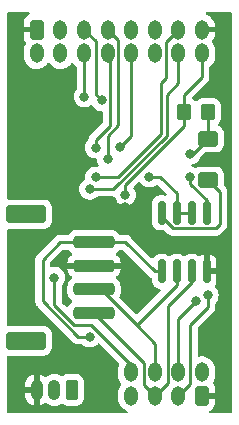
<source format=gbr>
%TF.GenerationSoftware,KiCad,Pcbnew,7.0.6*%
%TF.CreationDate,2023-08-01T20:56:41-04:00*%
%TF.ProjectId,mcumod-am8,6d63756d-6f64-42d6-916d-382e6b696361,rev?*%
%TF.SameCoordinates,Original*%
%TF.FileFunction,Copper,L2,Bot*%
%TF.FilePolarity,Positive*%
%FSLAX46Y46*%
G04 Gerber Fmt 4.6, Leading zero omitted, Abs format (unit mm)*
G04 Created by KiCad (PCBNEW 7.0.6) date 2023-08-01 20:56:41*
%MOMM*%
%LPD*%
G01*
G04 APERTURE LIST*
G04 Aperture macros list*
%AMRoundRect*
0 Rectangle with rounded corners*
0 $1 Rounding radius*
0 $2 $3 $4 $5 $6 $7 $8 $9 X,Y pos of 4 corners*
0 Add a 4 corners polygon primitive as box body*
4,1,4,$2,$3,$4,$5,$6,$7,$8,$9,$2,$3,0*
0 Add four circle primitives for the rounded corners*
1,1,$1+$1,$2,$3*
1,1,$1+$1,$4,$5*
1,1,$1+$1,$6,$7*
1,1,$1+$1,$8,$9*
0 Add four rect primitives between the rounded corners*
20,1,$1+$1,$2,$3,$4,$5,0*
20,1,$1+$1,$4,$5,$6,$7,0*
20,1,$1+$1,$6,$7,$8,$9,0*
20,1,$1+$1,$8,$9,$2,$3,0*%
G04 Aperture macros list end*
%TA.AperFunction,SMDPad,CuDef*%
%ADD10RoundRect,0.150000X-0.150000X0.825000X-0.150000X-0.825000X0.150000X-0.825000X0.150000X0.825000X0*%
%TD*%
%TA.AperFunction,SMDPad,CuDef*%
%ADD11RoundRect,0.250000X0.350000X0.450000X-0.350000X0.450000X-0.350000X-0.450000X0.350000X-0.450000X0*%
%TD*%
%TA.AperFunction,SMDPad,CuDef*%
%ADD12RoundRect,0.250000X1.500000X-0.250000X1.500000X0.250000X-1.500000X0.250000X-1.500000X-0.250000X0*%
%TD*%
%TA.AperFunction,SMDPad,CuDef*%
%ADD13RoundRect,0.250001X1.449999X-0.499999X1.449999X0.499999X-1.449999X0.499999X-1.449999X-0.499999X0*%
%TD*%
%TA.AperFunction,ComponentPad*%
%ADD14RoundRect,0.250000X0.265000X0.615000X-0.265000X0.615000X-0.265000X-0.615000X0.265000X-0.615000X0*%
%TD*%
%TA.AperFunction,ComponentPad*%
%ADD15O,1.030000X1.730000*%
%TD*%
%TA.AperFunction,ComponentPad*%
%ADD16RoundRect,0.250000X-0.350000X-0.575000X0.350000X-0.575000X0.350000X0.575000X-0.350000X0.575000X0*%
%TD*%
%TA.AperFunction,ComponentPad*%
%ADD17O,1.200000X1.650000*%
%TD*%
%TA.AperFunction,ComponentPad*%
%ADD18RoundRect,0.250000X0.350000X0.575000X-0.350000X0.575000X-0.350000X-0.575000X0.350000X-0.575000X0*%
%TD*%
%TA.AperFunction,SMDPad,CuDef*%
%ADD19RoundRect,0.250000X0.600000X-0.400000X0.600000X0.400000X-0.600000X0.400000X-0.600000X-0.400000X0*%
%TD*%
%TA.AperFunction,ViaPad*%
%ADD20C,0.800000*%
%TD*%
%TA.AperFunction,Conductor*%
%ADD21C,0.250000*%
%TD*%
G04 APERTURE END LIST*
D10*
%TO.P,U3,1,RO*%
%TO.N,Net-(D1-K)*%
X113595000Y-117525000D03*
%TO.P,U3,2,~{RE}*%
%TO.N,Net-(U1-PC3)*%
X114865000Y-117525000D03*
%TO.P,U3,3,DE*%
X116135000Y-117525000D03*
%TO.P,U3,4,DI*%
%TO.N,Net-(U1-PC0)*%
X117405000Y-117525000D03*
%TO.P,U3,5,GND*%
%TO.N,GND*%
X117405000Y-122475000D03*
%TO.P,U3,6,A*%
%TO.N,RS485A*%
X116135000Y-122475000D03*
%TO.P,U3,7,B*%
%TO.N,RS485B*%
X114865000Y-122475000D03*
%TO.P,U3,8,VCC*%
%TO.N,+5V*%
X113595000Y-122475000D03*
%TD*%
D11*
%TO.P,R1,1*%
%TO.N,Net-(D1-A)*%
X117500000Y-109000000D03*
%TO.P,R1,2*%
%TO.N,+3.3V*%
X115500000Y-109000000D03*
%TD*%
D12*
%TO.P,J3,1,Pin_1*%
%TO.N,RS485A*%
X107850000Y-126000000D03*
%TO.P,J3,2,Pin_2*%
%TO.N,RS485B*%
X107850000Y-124000000D03*
%TO.P,J3,3,Pin_3*%
%TO.N,GND*%
X107850000Y-122000000D03*
%TO.P,J3,4,Pin_4*%
%TO.N,+5V*%
X107850000Y-120000000D03*
D13*
%TO.P,J3,MP*%
%TO.N,N/C*%
X102100000Y-117650000D03*
X102100000Y-128350000D03*
%TD*%
D14*
%TO.P,J2,1,Pin_1*%
%TO.N,+3.3V*%
X106000000Y-132500000D03*
D15*
%TO.P,J2,2,Pin_2*%
%TO.N,UPDI*%
X104500000Y-132500000D03*
%TO.P,J2,3,Pin_3*%
%TO.N,GND*%
X103000000Y-132500000D03*
%TD*%
D16*
%TO.P,J1,1,Pin_1*%
%TO.N,GND*%
X103000000Y-102000000D03*
D17*
%TO.P,J1,2,Pin_2*%
%TO.N,+3.3V*%
X103000000Y-104000000D03*
%TO.P,J1,3,Pin_3*%
%TO.N,IO0*%
X105000000Y-102000000D03*
%TO.P,J1,4,Pin_4*%
%TO.N,IO1*%
X105000000Y-104000000D03*
%TO.P,J1,5,Pin_5*%
%TO.N,IO2*%
X107000000Y-102000000D03*
%TO.P,J1,6,Pin_6*%
%TO.N,IO3*%
X107000000Y-104000000D03*
%TO.P,J1,7,Pin_7*%
%TO.N,IO6*%
X109000000Y-102000000D03*
%TO.P,J1,8,Pin_8*%
%TO.N,IO7*%
X109000000Y-104000000D03*
%TO.P,J1,9,Pin_9*%
%TO.N,IO8*%
X111000000Y-102000000D03*
%TO.P,J1,10,Pin_10*%
%TO.N,IO9*%
X111000000Y-104000000D03*
%TO.P,J1,11,Pin_11*%
%TO.N,IO10*%
X113000000Y-102000000D03*
%TO.P,J1,12,Pin_12*%
%TO.N,IO11*%
X113000000Y-104000000D03*
%TO.P,J1,13,Pin_13*%
%TO.N,IO12*%
X115000000Y-102000000D03*
%TO.P,J1,14,Pin_14*%
%TO.N,IO13*%
X115000000Y-104000000D03*
%TO.P,J1,15,Pin_15*%
%TO.N,GND*%
X117000000Y-102000000D03*
%TO.P,J1,16,Pin_16*%
%TO.N,+3.3V*%
X117000000Y-104000000D03*
D18*
%TO.P,J1,17,Pin_17*%
%TO.N,GND*%
X117000000Y-133000000D03*
D17*
%TO.P,J1,18,Pin_18*%
%TO.N,+5V*%
X117000000Y-131000000D03*
%TO.P,J1,19,Pin_19*%
%TO.N,IO4*%
X115000000Y-133000000D03*
%TO.P,J1,20,Pin_20*%
%TO.N,IO5*%
X115000000Y-131000000D03*
%TO.P,J1,21,Pin_21*%
%TO.N,RS485A*%
X113000000Y-133000000D03*
%TO.P,J1,22,Pin_22*%
%TO.N,RS485B*%
X113000000Y-131000000D03*
%TO.P,J1,23,Pin_23*%
%TO.N,UPDI*%
X111000000Y-133000000D03*
%TO.P,J1,24,Pin_24*%
%TO.N,RST*%
X111000000Y-131000000D03*
%TD*%
D19*
%TO.P,D1,1,K*%
%TO.N,Net-(D1-K)*%
X117500000Y-114750000D03*
%TO.P,D1,2,A*%
%TO.N,Net-(D1-A)*%
X117500000Y-111250000D03*
%TD*%
D20*
%TO.N,Net-(U1-PC3)*%
X112538465Y-114465374D03*
%TO.N,+3.3V*%
X110500000Y-116000000D03*
%TO.N,IO13*%
X107500000Y-115500000D03*
%TO.N,IO12*%
X108000000Y-114500000D03*
%TO.N,IO9*%
X110037251Y-111962749D03*
%TO.N,IO7*%
X108000000Y-112000000D03*
%TO.N,IO6*%
X109012299Y-112987701D03*
%TO.N,IO3*%
X107046147Y-107674500D03*
%TO.N,IO2*%
X108500000Y-108000000D03*
%TO.N,Net-(D1-A)*%
X116000000Y-112500000D03*
%TO.N,Net-(U1-PC0)*%
X116000000Y-114500000D03*
%TO.N,GND*%
X110500000Y-117000000D03*
X103500000Y-113500000D03*
X111500000Y-125500000D03*
%TO.N,+5V*%
X107500000Y-128000000D03*
%TO.N,GND*%
X119000000Y-126500000D03*
%TO.N,IO4*%
X117500000Y-124500000D03*
%TO.N,IO5*%
X116500000Y-125000000D03*
%TO.N,RST*%
X104500000Y-123000000D03*
%TD*%
D21*
%TO.N,Net-(U1-PC3)*%
X112538465Y-114465374D02*
X113465374Y-114465374D01*
X113465374Y-114465374D02*
X114865000Y-115865000D01*
X114865000Y-115865000D02*
X114865000Y-117525000D01*
%TO.N,+3.3V*%
X110500000Y-115136396D02*
X110500000Y-116000000D01*
X115500000Y-110136396D02*
X110500000Y-115136396D01*
X115500000Y-109000000D02*
X115500000Y-110136396D01*
%TO.N,IO13*%
X108500000Y-115500000D02*
X107500000Y-115500000D01*
%TO.N,IO12*%
X113500000Y-110863604D02*
X109931802Y-114431802D01*
X108000000Y-114500000D02*
X109863604Y-114500000D01*
X109863604Y-114500000D02*
X109931802Y-114431802D01*
X113500000Y-106500000D02*
X113500000Y-110863604D01*
%TO.N,IO13*%
X115000000Y-104000000D02*
X115000000Y-106500000D01*
X115000000Y-106500000D02*
X114000000Y-107500000D01*
X114000000Y-107500000D02*
X114000000Y-111000000D01*
X109500000Y-115500000D02*
X108500000Y-115500000D01*
X114000000Y-111000000D02*
X109500000Y-115500000D01*
%TO.N,IO12*%
X113925000Y-103075000D02*
X113925000Y-106075000D01*
X115000000Y-102000000D02*
X113925000Y-103075000D01*
X113925000Y-106075000D02*
X113500000Y-106500000D01*
%TO.N,IO9*%
X111000000Y-111000000D02*
X111000000Y-104000000D01*
X110037251Y-111962749D02*
X111000000Y-111000000D01*
%TO.N,IO7*%
X109225000Y-110138604D02*
X108000000Y-111363604D01*
X109225000Y-104225000D02*
X109225000Y-110138604D01*
X109000000Y-104000000D02*
X109225000Y-104225000D01*
X108000000Y-111363604D02*
X108000000Y-112000000D01*
%TO.N,IO6*%
X109000000Y-102000000D02*
X109925000Y-102925000D01*
X109925000Y-102925000D02*
X109925000Y-110075000D01*
X109925000Y-110075000D02*
X109000000Y-111000000D01*
X109000000Y-111000000D02*
X109000000Y-112975402D01*
X109000000Y-112975402D02*
X109012299Y-112987701D01*
%TO.N,IO3*%
X107046147Y-107674500D02*
X107000000Y-107628353D01*
X107000000Y-107628353D02*
X107000000Y-104000000D01*
%TO.N,IO2*%
X108500000Y-108000000D02*
X108000000Y-107500000D01*
X108000000Y-107500000D02*
X108000000Y-103000000D01*
X108000000Y-103000000D02*
X107000000Y-102000000D01*
%TO.N,Net-(D1-A)*%
X116250000Y-112500000D02*
X117500000Y-111250000D01*
X116000000Y-112500000D02*
X116250000Y-112500000D01*
%TO.N,Net-(U1-PC0)*%
X116000000Y-115063173D02*
X116000000Y-114500000D01*
X117405000Y-116468173D02*
X116000000Y-115063173D01*
X117405000Y-117525000D02*
X117405000Y-116468173D01*
%TO.N,+3.3V*%
X115500000Y-109000000D02*
X115500000Y-107500000D01*
X115500000Y-107500000D02*
X117000000Y-106000000D01*
X117000000Y-106000000D02*
X117000000Y-104000000D01*
%TO.N,Net-(D1-A)*%
X117500000Y-111250000D02*
X117500000Y-109000000D01*
%TO.N,Net-(D1-K)*%
X118175000Y-118825000D02*
X118500000Y-118500000D01*
X113595000Y-117525000D02*
X113595000Y-117901751D01*
X113595000Y-117901751D02*
X114518249Y-118825000D01*
X114518249Y-118825000D02*
X118175000Y-118825000D01*
X118500000Y-118500000D02*
X118500000Y-115750000D01*
X118500000Y-115750000D02*
X117500000Y-114750000D01*
%TO.N,Net-(U1-PC3)*%
X114865000Y-117525000D02*
X116135000Y-117525000D01*
%TO.N,+5V*%
X113595000Y-122475000D02*
X112975000Y-122475000D01*
X112975000Y-122475000D02*
X110500000Y-120000000D01*
X110500000Y-120000000D02*
X107850000Y-120000000D01*
X107500000Y-128000000D02*
X106513604Y-128000000D01*
X103500000Y-124986396D02*
X103500000Y-121500000D01*
X106513604Y-128000000D02*
X103500000Y-124986396D01*
X103500000Y-121500000D02*
X105000000Y-120000000D01*
X105000000Y-120000000D02*
X107850000Y-120000000D01*
%TO.N,RST*%
X111000000Y-131000000D02*
X111000000Y-130375000D01*
X111000000Y-130375000D02*
X107625000Y-127000000D01*
X107625000Y-127000000D02*
X106150000Y-127000000D01*
X106150000Y-127000000D02*
X104500000Y-125350000D01*
%TO.N,IO4*%
X116000000Y-129136396D02*
X116000000Y-127000000D01*
X116000000Y-127000000D02*
X117500000Y-125500000D01*
X117500000Y-125500000D02*
X117500000Y-124500000D01*
%TO.N,IO5*%
X115000000Y-129500000D02*
X115000000Y-126500000D01*
X115000000Y-126500000D02*
X116500000Y-125000000D01*
%TO.N,IO4*%
X115000000Y-133000000D02*
X116000000Y-132000000D01*
X116000000Y-132000000D02*
X116000000Y-129136396D01*
%TO.N,IO5*%
X115000000Y-131000000D02*
X115000000Y-129500000D01*
%TO.N,RST*%
X104500000Y-125350000D02*
X104500000Y-123000000D01*
%TO.N,RS485B*%
X108413173Y-124000000D02*
X111456586Y-127043414D01*
X111456586Y-127043414D02*
X113000000Y-128586827D01*
X114865000Y-122475000D02*
X114865000Y-123635000D01*
X114865000Y-123635000D02*
X111456586Y-127043414D01*
%TO.N,RS485A*%
X113000000Y-133000000D02*
X114075000Y-131925000D01*
X114075000Y-131925000D02*
X114075000Y-125425000D01*
X114075000Y-125425000D02*
X116135000Y-123365000D01*
X116135000Y-123365000D02*
X116135000Y-122475000D01*
%TO.N,RS485B*%
X107850000Y-124000000D02*
X108413173Y-124000000D01*
X113000000Y-128586827D02*
X113000000Y-131000000D01*
%TO.N,RS485A*%
X107850000Y-126000000D02*
X112075000Y-130225000D01*
X112075000Y-130225000D02*
X112075000Y-132075000D01*
X112075000Y-132075000D02*
X113000000Y-133000000D01*
%TD*%
%TA.AperFunction,Conductor*%
%TO.N,GND*%
G36*
X102355703Y-100519685D02*
G01*
X102401458Y-100572489D01*
X102411402Y-100641647D01*
X102382377Y-100705203D01*
X102336570Y-100735767D01*
X102337421Y-100737592D01*
X102330875Y-100740643D01*
X102181654Y-100832684D01*
X102057684Y-100956654D01*
X101965643Y-101105875D01*
X101965641Y-101105880D01*
X101910494Y-101272302D01*
X101910493Y-101272309D01*
X101900000Y-101375013D01*
X101900000Y-101750000D01*
X102650393Y-101750000D01*
X102590762Y-101867031D01*
X102569702Y-102000000D01*
X102590762Y-102132969D01*
X102650393Y-102250000D01*
X101900001Y-102250000D01*
X101900001Y-102624986D01*
X101910494Y-102727697D01*
X101965641Y-102894119D01*
X101965643Y-102894124D01*
X102057686Y-103043349D01*
X102060332Y-103046695D01*
X102061431Y-103049419D01*
X102061475Y-103049491D01*
X102061462Y-103049498D01*
X102086469Y-103111492D01*
X102073425Y-103180134D01*
X102067378Y-103190640D01*
X102017387Y-103268427D01*
X101939274Y-103463544D01*
X101919570Y-103565782D01*
X101899500Y-103669915D01*
X101899500Y-104277425D01*
X101914472Y-104434218D01*
X101973684Y-104635875D01*
X102000275Y-104687454D01*
X102069991Y-104822686D01*
X102199905Y-104987883D01*
X102199909Y-104987887D01*
X102358746Y-105125521D01*
X102540750Y-105230601D01*
X102540752Y-105230601D01*
X102540756Y-105230604D01*
X102739367Y-105299344D01*
X102947398Y-105329254D01*
X103157330Y-105319254D01*
X103361576Y-105269704D01*
X103447199Y-105230601D01*
X103552743Y-105182401D01*
X103552746Y-105182399D01*
X103552753Y-105182396D01*
X103723952Y-105060486D01*
X103793179Y-104987883D01*
X103868986Y-104908378D01*
X103895540Y-104867059D01*
X103948343Y-104821303D01*
X104017502Y-104811359D01*
X104081058Y-104840383D01*
X104097326Y-104857444D01*
X104199909Y-104987887D01*
X104358746Y-105125521D01*
X104540750Y-105230601D01*
X104540752Y-105230601D01*
X104540756Y-105230604D01*
X104739367Y-105299344D01*
X104947398Y-105329254D01*
X105157330Y-105319254D01*
X105361576Y-105269704D01*
X105447199Y-105230601D01*
X105552743Y-105182401D01*
X105552746Y-105182399D01*
X105552753Y-105182396D01*
X105723952Y-105060486D01*
X105793179Y-104987883D01*
X105868986Y-104908378D01*
X105895540Y-104867059D01*
X105948343Y-104821303D01*
X106017502Y-104811359D01*
X106081058Y-104840383D01*
X106097326Y-104857444D01*
X106137382Y-104908378D01*
X106199908Y-104987886D01*
X106331704Y-105102088D01*
X106369477Y-105160865D01*
X106374500Y-105195800D01*
X106374500Y-107027064D01*
X106354815Y-107094103D01*
X106342650Y-107110036D01*
X106313613Y-107142284D01*
X106218968Y-107306215D01*
X106218965Y-107306222D01*
X106160474Y-107486240D01*
X106160473Y-107486244D01*
X106140687Y-107674500D01*
X106160473Y-107862756D01*
X106160474Y-107862759D01*
X106218965Y-108042777D01*
X106218968Y-108042784D01*
X106313614Y-108206716D01*
X106335179Y-108230666D01*
X106440276Y-108347388D01*
X106593412Y-108458648D01*
X106593417Y-108458651D01*
X106766339Y-108535642D01*
X106766344Y-108535644D01*
X106951501Y-108575000D01*
X106951502Y-108575000D01*
X107140791Y-108575000D01*
X107140793Y-108575000D01*
X107325950Y-108535644D01*
X107498877Y-108458651D01*
X107546761Y-108423861D01*
X107612565Y-108400382D01*
X107680619Y-108416207D01*
X107727031Y-108462179D01*
X107748856Y-108499980D01*
X107767467Y-108532216D01*
X107894129Y-108672888D01*
X108047265Y-108784148D01*
X108047270Y-108784151D01*
X108220192Y-108861142D01*
X108220197Y-108861144D01*
X108405354Y-108900500D01*
X108405355Y-108900500D01*
X108475500Y-108900500D01*
X108542539Y-108920185D01*
X108588294Y-108972989D01*
X108599500Y-109024500D01*
X108599500Y-109828150D01*
X108579815Y-109895189D01*
X108563181Y-109915831D01*
X107616208Y-110862803D01*
X107603951Y-110872624D01*
X107604134Y-110872845D01*
X107598123Y-110877817D01*
X107550772Y-110928240D01*
X107529889Y-110949123D01*
X107529877Y-110949136D01*
X107525621Y-110954621D01*
X107521837Y-110959051D01*
X107489937Y-110993022D01*
X107489936Y-110993024D01*
X107480284Y-111010580D01*
X107469610Y-111026830D01*
X107457329Y-111042665D01*
X107457324Y-111042672D01*
X107438815Y-111085442D01*
X107436245Y-111090688D01*
X107413803Y-111131510D01*
X107408822Y-111150911D01*
X107402521Y-111169314D01*
X107394562Y-111187706D01*
X107394561Y-111187709D01*
X107387271Y-111233731D01*
X107386087Y-111239450D01*
X107374501Y-111284576D01*
X107374500Y-111284586D01*
X107374500Y-111301312D01*
X107354815Y-111368351D01*
X107342650Y-111384284D01*
X107267466Y-111467784D01*
X107172821Y-111631715D01*
X107172818Y-111631722D01*
X107117233Y-111802797D01*
X107114326Y-111811744D01*
X107094540Y-112000000D01*
X107114326Y-112188256D01*
X107114327Y-112188259D01*
X107172818Y-112368277D01*
X107172821Y-112368284D01*
X107267467Y-112532216D01*
X107360588Y-112635637D01*
X107394129Y-112672888D01*
X107547265Y-112784148D01*
X107547270Y-112784151D01*
X107720192Y-112861142D01*
X107720197Y-112861144D01*
X107905354Y-112900500D01*
X107905355Y-112900500D01*
X107986024Y-112900500D01*
X108053063Y-112920185D01*
X108098818Y-112972989D01*
X108109344Y-113011535D01*
X108126625Y-113175957D01*
X108126626Y-113175960D01*
X108185117Y-113355978D01*
X108185122Y-113355990D01*
X108218959Y-113414597D01*
X108235432Y-113482497D01*
X108212579Y-113548524D01*
X108157658Y-113591714D01*
X108098610Y-113599917D01*
X108094648Y-113599500D01*
X108094646Y-113599500D01*
X107905354Y-113599500D01*
X107872897Y-113606398D01*
X107720197Y-113638855D01*
X107720192Y-113638857D01*
X107547270Y-113715848D01*
X107547265Y-113715851D01*
X107394129Y-113827111D01*
X107267466Y-113967785D01*
X107172821Y-114131715D01*
X107172818Y-114131722D01*
X107114327Y-114311740D01*
X107114326Y-114311744D01*
X107094540Y-114499999D01*
X107094540Y-114500000D01*
X107104806Y-114597686D01*
X107092236Y-114666416D01*
X107051231Y-114710246D01*
X107052527Y-114712029D01*
X106894129Y-114827111D01*
X106767466Y-114967785D01*
X106672821Y-115131715D01*
X106672818Y-115131722D01*
X106621322Y-115290212D01*
X106614326Y-115311744D01*
X106594540Y-115500000D01*
X106614326Y-115688256D01*
X106614327Y-115688259D01*
X106672818Y-115868277D01*
X106672821Y-115868284D01*
X106767467Y-116032216D01*
X106867418Y-116143222D01*
X106894129Y-116172888D01*
X107047265Y-116284148D01*
X107047270Y-116284151D01*
X107220192Y-116361142D01*
X107220197Y-116361144D01*
X107405354Y-116400500D01*
X107405355Y-116400500D01*
X107594644Y-116400500D01*
X107594646Y-116400500D01*
X107779803Y-116361144D01*
X107952730Y-116284151D01*
X108105871Y-116172888D01*
X108108788Y-116169647D01*
X108111600Y-116166526D01*
X108171087Y-116129879D01*
X108203748Y-116125500D01*
X108420981Y-116125500D01*
X109417257Y-116125500D01*
X109432877Y-116127224D01*
X109432904Y-116126939D01*
X109440661Y-116127671D01*
X109440667Y-116127673D01*
X109500029Y-116125807D01*
X109567653Y-116143376D01*
X109615044Y-116194716D01*
X109621855Y-116211428D01*
X109672818Y-116368277D01*
X109672821Y-116368284D01*
X109767467Y-116532216D01*
X109826183Y-116597426D01*
X109894129Y-116672888D01*
X110047265Y-116784148D01*
X110047270Y-116784151D01*
X110220192Y-116861142D01*
X110220197Y-116861144D01*
X110405354Y-116900500D01*
X110405355Y-116900500D01*
X110594644Y-116900500D01*
X110594646Y-116900500D01*
X110779803Y-116861144D01*
X110952730Y-116784151D01*
X111105871Y-116672888D01*
X111232533Y-116532216D01*
X111327179Y-116368284D01*
X111385674Y-116188256D01*
X111405460Y-116000000D01*
X111385674Y-115811744D01*
X111327179Y-115631716D01*
X111232533Y-115467784D01*
X111226302Y-115460864D01*
X111196073Y-115397874D01*
X111204698Y-115328539D01*
X111230769Y-115290215D01*
X111588249Y-114932735D01*
X111649570Y-114899252D01*
X111719262Y-114904236D01*
X111775195Y-114946108D01*
X111783314Y-114958417D01*
X111805928Y-114997585D01*
X111805930Y-114997588D01*
X111932594Y-115138262D01*
X112085730Y-115249522D01*
X112085735Y-115249525D01*
X112258657Y-115326516D01*
X112258662Y-115326518D01*
X112443819Y-115365874D01*
X112443820Y-115365874D01*
X112633109Y-115365874D01*
X112633111Y-115365874D01*
X112818268Y-115326518D01*
X112991195Y-115249525D01*
X113121984Y-115154500D01*
X113187789Y-115131022D01*
X113255843Y-115146847D01*
X113282549Y-115167139D01*
X113958286Y-115842877D01*
X113991771Y-115904200D01*
X113986787Y-115973892D01*
X113944915Y-116029825D01*
X113879451Y-116054242D01*
X113853890Y-116052844D01*
X113853886Y-116052899D01*
X113851603Y-116052719D01*
X113848323Y-116052540D01*
X113847565Y-116052401D01*
X113810696Y-116049500D01*
X113810694Y-116049500D01*
X113379306Y-116049500D01*
X113379304Y-116049500D01*
X113342432Y-116052401D01*
X113342426Y-116052402D01*
X113184606Y-116098254D01*
X113184603Y-116098255D01*
X113043137Y-116181917D01*
X113043129Y-116181923D01*
X112926923Y-116298129D01*
X112926917Y-116298137D01*
X112843255Y-116439603D01*
X112843254Y-116439606D01*
X112797402Y-116597426D01*
X112797401Y-116597432D01*
X112794500Y-116634304D01*
X112794500Y-118415696D01*
X112797401Y-118452567D01*
X112797402Y-118452573D01*
X112843254Y-118610393D01*
X112843255Y-118610396D01*
X112926917Y-118751862D01*
X112926923Y-118751870D01*
X113043129Y-118868076D01*
X113043133Y-118868079D01*
X113043135Y-118868081D01*
X113184602Y-118951744D01*
X113204280Y-118957461D01*
X113342426Y-118997597D01*
X113342429Y-118997597D01*
X113342431Y-118997598D01*
X113354722Y-118998565D01*
X113379304Y-119000500D01*
X113379306Y-119000500D01*
X113757796Y-119000500D01*
X113824835Y-119020185D01*
X113845477Y-119036819D01*
X114017446Y-119208788D01*
X114027271Y-119221051D01*
X114027492Y-119220869D01*
X114032463Y-119226878D01*
X114053293Y-119246438D01*
X114082884Y-119274226D01*
X114103778Y-119295120D01*
X114109260Y-119299373D01*
X114113692Y-119303157D01*
X114147667Y-119335062D01*
X114165225Y-119344714D01*
X114181484Y-119355395D01*
X114197313Y-119367673D01*
X114240087Y-119386182D01*
X114245305Y-119388738D01*
X114286157Y-119411197D01*
X114305565Y-119416180D01*
X114323966Y-119422480D01*
X114342353Y-119430437D01*
X114379043Y-119436248D01*
X114388368Y-119437725D01*
X114394088Y-119438909D01*
X114439230Y-119450500D01*
X114459265Y-119450500D01*
X114478663Y-119452026D01*
X114498443Y-119455159D01*
X114498444Y-119455160D01*
X114498444Y-119455159D01*
X114498445Y-119455160D01*
X114544832Y-119450775D01*
X114550671Y-119450500D01*
X118092257Y-119450500D01*
X118107877Y-119452224D01*
X118107904Y-119451939D01*
X118115660Y-119452671D01*
X118115667Y-119452673D01*
X118184814Y-119450500D01*
X118214350Y-119450500D01*
X118221228Y-119449630D01*
X118227041Y-119449172D01*
X118273627Y-119447709D01*
X118292869Y-119442117D01*
X118311912Y-119438174D01*
X118331792Y-119435664D01*
X118375122Y-119418507D01*
X118380646Y-119416617D01*
X118390335Y-119413802D01*
X118425390Y-119403618D01*
X118442629Y-119393422D01*
X118460103Y-119384862D01*
X118478727Y-119377488D01*
X118478727Y-119377487D01*
X118478732Y-119377486D01*
X118516449Y-119350082D01*
X118521305Y-119346892D01*
X118561420Y-119323170D01*
X118575586Y-119309003D01*
X118590381Y-119296368D01*
X118606584Y-119284596D01*
X118606583Y-119284596D01*
X118606587Y-119284594D01*
X118636299Y-119248676D01*
X118640211Y-119244378D01*
X118883785Y-119000803D01*
X118896046Y-118990983D01*
X118895862Y-118990761D01*
X118901870Y-118985790D01*
X118901877Y-118985786D01*
X118949227Y-118935363D01*
X118970120Y-118914471D01*
X118974379Y-118908978D01*
X118978152Y-118904561D01*
X119010062Y-118870582D01*
X119019713Y-118853024D01*
X119030396Y-118836761D01*
X119042673Y-118820936D01*
X119061185Y-118778153D01*
X119063738Y-118772941D01*
X119086197Y-118732092D01*
X119091180Y-118712680D01*
X119097481Y-118694280D01*
X119105437Y-118675896D01*
X119112729Y-118629852D01*
X119113906Y-118624171D01*
X119125500Y-118579019D01*
X119125500Y-118558983D01*
X119127027Y-118539583D01*
X119130160Y-118519804D01*
X119125773Y-118473406D01*
X119125499Y-118467585D01*
X119125499Y-118200002D01*
X119125499Y-115832732D01*
X119127225Y-115817122D01*
X119126939Y-115817095D01*
X119127673Y-115809333D01*
X119125500Y-115740172D01*
X119125500Y-115710656D01*
X119125500Y-115710650D01*
X119124631Y-115703779D01*
X119124173Y-115697952D01*
X119124045Y-115693880D01*
X119122710Y-115651373D01*
X119117119Y-115632130D01*
X119113173Y-115613078D01*
X119110664Y-115593208D01*
X119093504Y-115549867D01*
X119091624Y-115544379D01*
X119078618Y-115499610D01*
X119068422Y-115482370D01*
X119059861Y-115464894D01*
X119052487Y-115446270D01*
X119052486Y-115446268D01*
X119025079Y-115408545D01*
X119021888Y-115403686D01*
X119020800Y-115401847D01*
X119003989Y-115373419D01*
X118998172Y-115363583D01*
X118998165Y-115363574D01*
X118984006Y-115349415D01*
X118971368Y-115334619D01*
X118959593Y-115318411D01*
X118938881Y-115301278D01*
X118923683Y-115288705D01*
X118919371Y-115284781D01*
X118886818Y-115252227D01*
X118853333Y-115190904D01*
X118850499Y-115164554D01*
X118850499Y-114299992D01*
X118839999Y-114197203D01*
X118784814Y-114030666D01*
X118692712Y-113881344D01*
X118568656Y-113757288D01*
X118419334Y-113665186D01*
X118252797Y-113610001D01*
X118252795Y-113610000D01*
X118150010Y-113599500D01*
X116849998Y-113599500D01*
X116849981Y-113599501D01*
X116747203Y-113610000D01*
X116747200Y-113610001D01*
X116580666Y-113665186D01*
X116580663Y-113665187D01*
X116535048Y-113693322D01*
X116467655Y-113711761D01*
X116419518Y-113701061D01*
X116279807Y-113638857D01*
X116279800Y-113638855D01*
X116197161Y-113621290D01*
X116135679Y-113588098D01*
X116101902Y-113526935D01*
X116106554Y-113457221D01*
X116148158Y-113401088D01*
X116197161Y-113378710D01*
X116203201Y-113377426D01*
X116279803Y-113361144D01*
X116452730Y-113284151D01*
X116605871Y-113172888D01*
X116732533Y-113032216D01*
X116808579Y-112900500D01*
X116827177Y-112868288D01*
X116827177Y-112868286D01*
X116827179Y-112868284D01*
X116847279Y-112806421D01*
X116877525Y-112757063D01*
X117197771Y-112436818D01*
X117259094Y-112403333D01*
X117285452Y-112400499D01*
X118150002Y-112400499D01*
X118150008Y-112400499D01*
X118252797Y-112389999D01*
X118419334Y-112334814D01*
X118568656Y-112242712D01*
X118692712Y-112118656D01*
X118784814Y-111969334D01*
X118839999Y-111802797D01*
X118850500Y-111700009D01*
X118850499Y-110799992D01*
X118839999Y-110697203D01*
X118784814Y-110530666D01*
X118692712Y-110381344D01*
X118568656Y-110257288D01*
X118568655Y-110257287D01*
X118452466Y-110185622D01*
X118419334Y-110165186D01*
X118419332Y-110165185D01*
X118414789Y-110162383D01*
X118368064Y-110110435D01*
X118356841Y-110041473D01*
X118384684Y-109977391D01*
X118392194Y-109969173D01*
X118442712Y-109918656D01*
X118534814Y-109769334D01*
X118589999Y-109602797D01*
X118600500Y-109500009D01*
X118600499Y-108499992D01*
X118589999Y-108397203D01*
X118534814Y-108230666D01*
X118442712Y-108081344D01*
X118318656Y-107957288D01*
X118169334Y-107865186D01*
X118002797Y-107810001D01*
X118002795Y-107810000D01*
X117900010Y-107799500D01*
X117099998Y-107799500D01*
X117099980Y-107799501D01*
X116997203Y-107810000D01*
X116997200Y-107810001D01*
X116830668Y-107865185D01*
X116830663Y-107865187D01*
X116681342Y-107957289D01*
X116587681Y-108050951D01*
X116526358Y-108084436D01*
X116456666Y-108079452D01*
X116412319Y-108050951D01*
X116318656Y-107957288D01*
X116318652Y-107957285D01*
X116210077Y-107890315D01*
X116163352Y-107838367D01*
X116152131Y-107769405D01*
X116179974Y-107705323D01*
X116187482Y-107697107D01*
X117383788Y-106500801D01*
X117396042Y-106490986D01*
X117395859Y-106490764D01*
X117401866Y-106485792D01*
X117401877Y-106485786D01*
X117434756Y-106450773D01*
X117449227Y-106435364D01*
X117459671Y-106424918D01*
X117470120Y-106414471D01*
X117474379Y-106408978D01*
X117478152Y-106404561D01*
X117510062Y-106370582D01*
X117519713Y-106353024D01*
X117530396Y-106336761D01*
X117542673Y-106320936D01*
X117561185Y-106278153D01*
X117563738Y-106272941D01*
X117586197Y-106232092D01*
X117591180Y-106212680D01*
X117597481Y-106194280D01*
X117605437Y-106175896D01*
X117612729Y-106129852D01*
X117613906Y-106124171D01*
X117625500Y-106079019D01*
X117625500Y-106058983D01*
X117627027Y-106039582D01*
X117630160Y-106019804D01*
X117625775Y-105973415D01*
X117625500Y-105967577D01*
X117625500Y-105194519D01*
X117645185Y-105127480D01*
X117677572Y-105093512D01*
X117723952Y-105060486D01*
X117793179Y-104987883D01*
X117868985Y-104908379D01*
X117924057Y-104822686D01*
X117982613Y-104731572D01*
X118060725Y-104536457D01*
X118100500Y-104330085D01*
X118100500Y-103722575D01*
X118085528Y-103565782D01*
X118026316Y-103364125D01*
X117930011Y-103177318D01*
X117930009Y-103177316D01*
X117930008Y-103177313D01*
X117852632Y-103078923D01*
X117826664Y-103014059D01*
X117839886Y-102945452D01*
X117860363Y-102916697D01*
X117868592Y-102908066D01*
X117982166Y-102731342D01*
X118060244Y-102536314D01*
X118100000Y-102330037D01*
X118100000Y-102250000D01*
X117349607Y-102250000D01*
X117409238Y-102132969D01*
X117430298Y-102000000D01*
X117409238Y-101867031D01*
X117349607Y-101750000D01*
X118100000Y-101750000D01*
X118100000Y-101722601D01*
X118085034Y-101565877D01*
X118085033Y-101565873D01*
X118025850Y-101364313D01*
X117929586Y-101177585D01*
X117799731Y-101012462D01*
X117799728Y-101012459D01*
X117640969Y-100874894D01*
X117640958Y-100874885D01*
X117459039Y-100769855D01*
X117459032Y-100769852D01*
X117376190Y-100741180D01*
X117319276Y-100700652D01*
X117293308Y-100635787D01*
X117306531Y-100567180D01*
X117354747Y-100516613D01*
X117416747Y-100500000D01*
X119376000Y-100500000D01*
X119443039Y-100519685D01*
X119488794Y-100572489D01*
X119500000Y-100624000D01*
X119500000Y-134376000D01*
X119480315Y-134443039D01*
X119427511Y-134488794D01*
X119376000Y-134500000D01*
X117711336Y-134500000D01*
X117644297Y-134480315D01*
X117598542Y-134427511D01*
X117588598Y-134358353D01*
X117617623Y-134294797D01*
X117663429Y-134264232D01*
X117662579Y-134262408D01*
X117669124Y-134259356D01*
X117818345Y-134167315D01*
X117942315Y-134043345D01*
X118034356Y-133894124D01*
X118034358Y-133894119D01*
X118089505Y-133727697D01*
X118089506Y-133727690D01*
X118099999Y-133624986D01*
X118100000Y-133624973D01*
X118100000Y-133250000D01*
X117349607Y-133250000D01*
X117409238Y-133132969D01*
X117430298Y-133000000D01*
X117409238Y-132867031D01*
X117349607Y-132750000D01*
X118099999Y-132750000D01*
X118099999Y-132375028D01*
X118099998Y-132375013D01*
X118089505Y-132272302D01*
X118034358Y-132105880D01*
X118034356Y-132105875D01*
X117942317Y-131956656D01*
X117939672Y-131953312D01*
X117938571Y-131950584D01*
X117938525Y-131950509D01*
X117938537Y-131950501D01*
X117913530Y-131888517D01*
X117926568Y-131819874D01*
X117932605Y-131809385D01*
X117982613Y-131731572D01*
X118060725Y-131536457D01*
X118100500Y-131330085D01*
X118100500Y-130722575D01*
X118085528Y-130565782D01*
X118026316Y-130364125D01*
X117930011Y-130177318D01*
X117930009Y-130177316D01*
X117930008Y-130177313D01*
X117800094Y-130012116D01*
X117800090Y-130012112D01*
X117641253Y-129874478D01*
X117459249Y-129769398D01*
X117459245Y-129769396D01*
X117459244Y-129769396D01*
X117260633Y-129700656D01*
X117052602Y-129670746D01*
X117052598Y-129670746D01*
X116842672Y-129680745D01*
X116793258Y-129692733D01*
X116778733Y-129696256D01*
X116708943Y-129692932D01*
X116652029Y-129652403D01*
X116626061Y-129587539D01*
X116625500Y-129575752D01*
X116625500Y-127310452D01*
X116645185Y-127243413D01*
X116661819Y-127222771D01*
X117267534Y-126617056D01*
X117883788Y-126000801D01*
X117896042Y-125990986D01*
X117895859Y-125990764D01*
X117901866Y-125985792D01*
X117901877Y-125985786D01*
X117932775Y-125952882D01*
X117949227Y-125935364D01*
X117959671Y-125924918D01*
X117970120Y-125914471D01*
X117974379Y-125908978D01*
X117978152Y-125904561D01*
X118010062Y-125870582D01*
X118019713Y-125853024D01*
X118030396Y-125836761D01*
X118042673Y-125820936D01*
X118061185Y-125778153D01*
X118063738Y-125772941D01*
X118086197Y-125732092D01*
X118091180Y-125712680D01*
X118097481Y-125694280D01*
X118105437Y-125675896D01*
X118112729Y-125629852D01*
X118113906Y-125624171D01*
X118125500Y-125579019D01*
X118125500Y-125558983D01*
X118127027Y-125539582D01*
X118130160Y-125519804D01*
X118125775Y-125473415D01*
X118125500Y-125467577D01*
X118125500Y-125198687D01*
X118145185Y-125131648D01*
X118157350Y-125115715D01*
X118184985Y-125085023D01*
X118232533Y-125032216D01*
X118327179Y-124868284D01*
X118385674Y-124688256D01*
X118405460Y-124500000D01*
X118385674Y-124311744D01*
X118327179Y-124131716D01*
X118232533Y-123967784D01*
X118105871Y-123827112D01*
X118105869Y-123827111D01*
X118101971Y-123822781D01*
X118071741Y-123759790D01*
X118080366Y-123690455D01*
X118087389Y-123676687D01*
X118156284Y-123560193D01*
X118202099Y-123402495D01*
X118202100Y-123402489D01*
X118205000Y-123365644D01*
X118205000Y-122725000D01*
X117279000Y-122725000D01*
X117211961Y-122705315D01*
X117166206Y-122652511D01*
X117155000Y-122601000D01*
X117155000Y-121002703D01*
X117655000Y-121002703D01*
X117655000Y-122225000D01*
X118205000Y-122225000D01*
X118205000Y-121584356D01*
X118202100Y-121547510D01*
X118202099Y-121547504D01*
X118156283Y-121389806D01*
X118156282Y-121389803D01*
X118072685Y-121248447D01*
X118072678Y-121248438D01*
X117956561Y-121132321D01*
X117956552Y-121132314D01*
X117815196Y-121048717D01*
X117815193Y-121048716D01*
X117657494Y-121002900D01*
X117657497Y-121002900D01*
X117655000Y-121002703D01*
X117155000Y-121002703D01*
X117152503Y-121002900D01*
X116994806Y-121048716D01*
X116994803Y-121048717D01*
X116853449Y-121132313D01*
X116847283Y-121137097D01*
X116845389Y-121134655D01*
X116796580Y-121161239D01*
X116726894Y-121156179D01*
X116694227Y-121135159D01*
X116693031Y-121136702D01*
X116686862Y-121131917D01*
X116554913Y-121053883D01*
X116545398Y-121048256D01*
X116545397Y-121048255D01*
X116545396Y-121048255D01*
X116545393Y-121048254D01*
X116387573Y-121002402D01*
X116387567Y-121002401D01*
X116350696Y-120999500D01*
X116350694Y-120999500D01*
X115919306Y-120999500D01*
X115919304Y-120999500D01*
X115882432Y-121002401D01*
X115882426Y-121002402D01*
X115724606Y-121048254D01*
X115724603Y-121048255D01*
X115583137Y-121131917D01*
X115576969Y-121136702D01*
X115575072Y-121134256D01*
X115526358Y-121160857D01*
X115456666Y-121155873D01*
X115424296Y-121135069D01*
X115423031Y-121136702D01*
X115416862Y-121131917D01*
X115284913Y-121053883D01*
X115275398Y-121048256D01*
X115275397Y-121048255D01*
X115275396Y-121048255D01*
X115275393Y-121048254D01*
X115117573Y-121002402D01*
X115117567Y-121002401D01*
X115080696Y-120999500D01*
X115080694Y-120999500D01*
X114649306Y-120999500D01*
X114649304Y-120999500D01*
X114612432Y-121002401D01*
X114612426Y-121002402D01*
X114454606Y-121048254D01*
X114454603Y-121048255D01*
X114313137Y-121131917D01*
X114306969Y-121136702D01*
X114305072Y-121134256D01*
X114256358Y-121160857D01*
X114186666Y-121155873D01*
X114154296Y-121135069D01*
X114153031Y-121136702D01*
X114146862Y-121131917D01*
X114014913Y-121053883D01*
X114005398Y-121048256D01*
X114005397Y-121048255D01*
X114005396Y-121048255D01*
X114005393Y-121048254D01*
X113847573Y-121002402D01*
X113847567Y-121002401D01*
X113810696Y-120999500D01*
X113810694Y-120999500D01*
X113379306Y-120999500D01*
X113379304Y-120999500D01*
X113342432Y-121002401D01*
X113342426Y-121002402D01*
X113184606Y-121048254D01*
X113184603Y-121048255D01*
X113043137Y-121131917D01*
X113043129Y-121131923D01*
X112926923Y-121248129D01*
X112926914Y-121248140D01*
X112898964Y-121295402D01*
X112847895Y-121343085D01*
X112779153Y-121355588D01*
X112714564Y-121328942D01*
X112704552Y-121319961D01*
X111000803Y-119616212D01*
X110990980Y-119603950D01*
X110990759Y-119604134D01*
X110985786Y-119598123D01*
X110967159Y-119580631D01*
X110935364Y-119550773D01*
X110924919Y-119540328D01*
X110914475Y-119529883D01*
X110908986Y-119525625D01*
X110904561Y-119521847D01*
X110870582Y-119489938D01*
X110870580Y-119489936D01*
X110870577Y-119489935D01*
X110853029Y-119480288D01*
X110836763Y-119469604D01*
X110820933Y-119457325D01*
X110778168Y-119438818D01*
X110772922Y-119436248D01*
X110732093Y-119413803D01*
X110732092Y-119413802D01*
X110712693Y-119408822D01*
X110694281Y-119402518D01*
X110675898Y-119394562D01*
X110675892Y-119394560D01*
X110629874Y-119387272D01*
X110624152Y-119386087D01*
X110579021Y-119374500D01*
X110579019Y-119374500D01*
X110558984Y-119374500D01*
X110539586Y-119372973D01*
X110532162Y-119371797D01*
X110519805Y-119369840D01*
X110519804Y-119369840D01*
X110473416Y-119374225D01*
X110467578Y-119374500D01*
X110069378Y-119374500D01*
X110002339Y-119354815D01*
X109963839Y-119315597D01*
X109959777Y-119309011D01*
X109942712Y-119281344D01*
X109818656Y-119157288D01*
X109669334Y-119065186D01*
X109502797Y-119010001D01*
X109502795Y-119010000D01*
X109400010Y-118999500D01*
X106299998Y-118999500D01*
X106299981Y-118999501D01*
X106197203Y-119010000D01*
X106197200Y-119010001D01*
X106030668Y-119065185D01*
X106030663Y-119065187D01*
X105881342Y-119157289D01*
X105757289Y-119281342D01*
X105736161Y-119315597D01*
X105684213Y-119362321D01*
X105630622Y-119374500D01*
X105082737Y-119374500D01*
X105067120Y-119372776D01*
X105067093Y-119373062D01*
X105059331Y-119372327D01*
X104990203Y-119374500D01*
X104960650Y-119374500D01*
X104959929Y-119374590D01*
X104953757Y-119375369D01*
X104947945Y-119375826D01*
X104901378Y-119377290D01*
X104901367Y-119377292D01*
X104882134Y-119382879D01*
X104863094Y-119386822D01*
X104843217Y-119389334D01*
X104843210Y-119389335D01*
X104843208Y-119389336D01*
X104843206Y-119389336D01*
X104843205Y-119389337D01*
X104799868Y-119406494D01*
X104794342Y-119408386D01*
X104749611Y-119421382D01*
X104749608Y-119421383D01*
X104732363Y-119431581D01*
X104714901Y-119440135D01*
X104696272Y-119447511D01*
X104696267Y-119447513D01*
X104658564Y-119474906D01*
X104653682Y-119478112D01*
X104613580Y-119501828D01*
X104599408Y-119516000D01*
X104584623Y-119528628D01*
X104568412Y-119540407D01*
X104538709Y-119576310D01*
X104534777Y-119580631D01*
X103116208Y-120999199D01*
X103103951Y-121009020D01*
X103104134Y-121009241D01*
X103098123Y-121014213D01*
X103050772Y-121064636D01*
X103029889Y-121085519D01*
X103029877Y-121085532D01*
X103025621Y-121091017D01*
X103021837Y-121095447D01*
X102989937Y-121129418D01*
X102989936Y-121129420D01*
X102980284Y-121146976D01*
X102969610Y-121163226D01*
X102957329Y-121179061D01*
X102957324Y-121179068D01*
X102938815Y-121221838D01*
X102936245Y-121227084D01*
X102913803Y-121267906D01*
X102908822Y-121287307D01*
X102902521Y-121305710D01*
X102894562Y-121324102D01*
X102894561Y-121324105D01*
X102887271Y-121370127D01*
X102886087Y-121375846D01*
X102874501Y-121420972D01*
X102874500Y-121420982D01*
X102874500Y-121441016D01*
X102872973Y-121460415D01*
X102869840Y-121480194D01*
X102869839Y-121480197D01*
X102874224Y-121526585D01*
X102874499Y-121532421D01*
X102874499Y-124903657D01*
X102872776Y-124919274D01*
X102873060Y-124919301D01*
X102872326Y-124927060D01*
X102874500Y-124996210D01*
X102874500Y-125025739D01*
X102874501Y-125025756D01*
X102875368Y-125032627D01*
X102875826Y-125038446D01*
X102877290Y-125085020D01*
X102877291Y-125085023D01*
X102882880Y-125104263D01*
X102886824Y-125123307D01*
X102889336Y-125143188D01*
X102894919Y-125157289D01*
X102906490Y-125186515D01*
X102908382Y-125192043D01*
X102921381Y-125236784D01*
X102931580Y-125254030D01*
X102940138Y-125271499D01*
X102947514Y-125290128D01*
X102974898Y-125327819D01*
X102978106Y-125332703D01*
X103001827Y-125372812D01*
X103001833Y-125372820D01*
X103015990Y-125386976D01*
X103028628Y-125401772D01*
X103040405Y-125417982D01*
X103040406Y-125417983D01*
X103076309Y-125447684D01*
X103080620Y-125451606D01*
X104563800Y-126934786D01*
X106012798Y-128383784D01*
X106022623Y-128396048D01*
X106022844Y-128395866D01*
X106027814Y-128401873D01*
X106027817Y-128401876D01*
X106027818Y-128401877D01*
X106078255Y-128449241D01*
X106099134Y-128470120D01*
X106104608Y-128474366D01*
X106109046Y-128478156D01*
X106143022Y-128510062D01*
X106143026Y-128510064D01*
X106160577Y-128519713D01*
X106176835Y-128530392D01*
X106192668Y-128542674D01*
X106214619Y-128552172D01*
X106235441Y-128561183D01*
X106240685Y-128563752D01*
X106281512Y-128586197D01*
X106300916Y-128591179D01*
X106319314Y-128597478D01*
X106337709Y-128605438D01*
X106383733Y-128612726D01*
X106389436Y-128613907D01*
X106434585Y-128625500D01*
X106454620Y-128625500D01*
X106474017Y-128627026D01*
X106493800Y-128630160D01*
X106540187Y-128625775D01*
X106546026Y-128625500D01*
X106796252Y-128625500D01*
X106863291Y-128645185D01*
X106888400Y-128666526D01*
X106894126Y-128672885D01*
X106894130Y-128672889D01*
X107047265Y-128784148D01*
X107047270Y-128784151D01*
X107220192Y-128861142D01*
X107220197Y-128861144D01*
X107405354Y-128900500D01*
X107405355Y-128900500D01*
X107594644Y-128900500D01*
X107594646Y-128900500D01*
X107779803Y-128861144D01*
X107952730Y-128784151D01*
X108105871Y-128672888D01*
X108164096Y-128608222D01*
X108223580Y-128571575D01*
X108293437Y-128572905D01*
X108343925Y-128603515D01*
X109957107Y-130216697D01*
X109990592Y-130278020D01*
X109985608Y-130347712D01*
X109984544Y-130350463D01*
X109939276Y-130463540D01*
X109939274Y-130463544D01*
X109919570Y-130565782D01*
X109899500Y-130669915D01*
X109899500Y-131277425D01*
X109914472Y-131434218D01*
X109973684Y-131635875D01*
X110023019Y-131731572D01*
X110069991Y-131822686D01*
X110147055Y-131920679D01*
X110173023Y-131985543D01*
X110159801Y-132054150D01*
X110139334Y-132082895D01*
X110131015Y-132091620D01*
X110131011Y-132091625D01*
X110017388Y-132268425D01*
X109939274Y-132463544D01*
X109899500Y-132669914D01*
X109899500Y-132669915D01*
X109899500Y-133277425D01*
X109913592Y-133425000D01*
X109914472Y-133434217D01*
X109914473Y-133434221D01*
X109966797Y-133612422D01*
X109973684Y-133635875D01*
X110021018Y-133727690D01*
X110069991Y-133822686D01*
X110199905Y-133987883D01*
X110199909Y-133987887D01*
X110358746Y-134125521D01*
X110540752Y-134230602D01*
X110540753Y-134230602D01*
X110540756Y-134230604D01*
X110622281Y-134258820D01*
X110679196Y-134299348D01*
X110705164Y-134364213D01*
X110691941Y-134432820D01*
X110643725Y-134483387D01*
X110581725Y-134500000D01*
X100624000Y-134500000D01*
X100556961Y-134480315D01*
X100511206Y-134427511D01*
X100500000Y-134376000D01*
X100500000Y-132250000D01*
X101984999Y-132250000D01*
X102734031Y-132250000D01*
X102690209Y-132297603D01*
X102641276Y-132409159D01*
X102631217Y-132530558D01*
X102661121Y-132648646D01*
X102727339Y-132750000D01*
X101985000Y-132750000D01*
X101985000Y-132899859D01*
X101999685Y-133048972D01*
X102057727Y-133240308D01*
X102151971Y-133416626D01*
X102151976Y-133416633D01*
X102278813Y-133571186D01*
X102433366Y-133698023D01*
X102433373Y-133698028D01*
X102609689Y-133792271D01*
X102609692Y-133792272D01*
X102750000Y-133834834D01*
X102750000Y-132767945D01*
X102823877Y-132825447D01*
X102939092Y-132865000D01*
X103030245Y-132865000D01*
X103120154Y-132849997D01*
X103227288Y-132792019D01*
X103249999Y-132767347D01*
X103250000Y-133834834D01*
X103390307Y-133792272D01*
X103390310Y-133792271D01*
X103566626Y-133698028D01*
X103566634Y-133698023D01*
X103670938Y-133612422D01*
X103735248Y-133585108D01*
X103804116Y-133596899D01*
X103828269Y-133612421D01*
X103932576Y-133698023D01*
X103933088Y-133698443D01*
X104109504Y-133792740D01*
X104300927Y-133850807D01*
X104500000Y-133870414D01*
X104699073Y-133850807D01*
X104890496Y-133792740D01*
X105066912Y-133698443D01*
X105084479Y-133684025D01*
X105148785Y-133656710D01*
X105217653Y-133668498D01*
X105250827Y-133692195D01*
X105266344Y-133707712D01*
X105415666Y-133799814D01*
X105582203Y-133854999D01*
X105684991Y-133865500D01*
X106315008Y-133865499D01*
X106315016Y-133865498D01*
X106315019Y-133865498D01*
X106371302Y-133859748D01*
X106417797Y-133854999D01*
X106584334Y-133799814D01*
X106733656Y-133707712D01*
X106857712Y-133583656D01*
X106949814Y-133434334D01*
X107004999Y-133267797D01*
X107015500Y-133165009D01*
X107015499Y-131834992D01*
X107004999Y-131732203D01*
X106949814Y-131565666D01*
X106857712Y-131416344D01*
X106733656Y-131292288D01*
X106596557Y-131207725D01*
X106584336Y-131200187D01*
X106584331Y-131200185D01*
X106582862Y-131199698D01*
X106417797Y-131145001D01*
X106417795Y-131145000D01*
X106315010Y-131134500D01*
X105684998Y-131134500D01*
X105684980Y-131134501D01*
X105582203Y-131145000D01*
X105582200Y-131145001D01*
X105415668Y-131200185D01*
X105415663Y-131200187D01*
X105266337Y-131292292D01*
X105250825Y-131307805D01*
X105189501Y-131341289D01*
X105119810Y-131336303D01*
X105084481Y-131315975D01*
X105072333Y-131306006D01*
X105066912Y-131301557D01*
X105066911Y-131301556D01*
X105066906Y-131301552D01*
X104890500Y-131207261D01*
X104699071Y-131149192D01*
X104500000Y-131129586D01*
X104300928Y-131149192D01*
X104109501Y-131207261D01*
X103933087Y-131301557D01*
X103884674Y-131341289D01*
X103828268Y-131387579D01*
X103763959Y-131414891D01*
X103695092Y-131403100D01*
X103670940Y-131387578D01*
X103566633Y-131301975D01*
X103566626Y-131301971D01*
X103390304Y-131207725D01*
X103250001Y-131165164D01*
X103250000Y-131165164D01*
X103250000Y-132232054D01*
X103176123Y-132174553D01*
X103060908Y-132135000D01*
X102969755Y-132135000D01*
X102879846Y-132150003D01*
X102772712Y-132207981D01*
X102750000Y-132232652D01*
X102750000Y-131165164D01*
X102749998Y-131165164D01*
X102609695Y-131207725D01*
X102433373Y-131301971D01*
X102433366Y-131301976D01*
X102278813Y-131428813D01*
X102151976Y-131583366D01*
X102151971Y-131583373D01*
X102057727Y-131759691D01*
X101999685Y-131951027D01*
X101985000Y-132100140D01*
X101984999Y-132250000D01*
X100500000Y-132250000D01*
X100500000Y-129724500D01*
X100519685Y-129657461D01*
X100572489Y-129611706D01*
X100624000Y-129600500D01*
X103600003Y-129600500D01*
X103600008Y-129600500D01*
X103702797Y-129589999D01*
X103869334Y-129534814D01*
X104018655Y-129442711D01*
X104142711Y-129318655D01*
X104234814Y-129169334D01*
X104289999Y-129002797D01*
X104300500Y-128900008D01*
X104300500Y-127799992D01*
X104289999Y-127697203D01*
X104234814Y-127530666D01*
X104216505Y-127500983D01*
X104142713Y-127381348D01*
X104142710Y-127381344D01*
X104018655Y-127257289D01*
X104018651Y-127257286D01*
X103869337Y-127165187D01*
X103869335Y-127165186D01*
X103766448Y-127131093D01*
X103702797Y-127110001D01*
X103702795Y-127110000D01*
X103600015Y-127099500D01*
X103600008Y-127099500D01*
X100624000Y-127099500D01*
X100556961Y-127079815D01*
X100511206Y-127027011D01*
X100500000Y-126975500D01*
X100500000Y-119024500D01*
X100519685Y-118957461D01*
X100572489Y-118911706D01*
X100624000Y-118900500D01*
X103600003Y-118900500D01*
X103600008Y-118900500D01*
X103702797Y-118889999D01*
X103869334Y-118834814D01*
X104018655Y-118742711D01*
X104142711Y-118618655D01*
X104234814Y-118469334D01*
X104289999Y-118302797D01*
X104300500Y-118200008D01*
X104300500Y-117099992D01*
X104289999Y-116997203D01*
X104234814Y-116830666D01*
X104206121Y-116784148D01*
X104142713Y-116681348D01*
X104142710Y-116681344D01*
X104018655Y-116557289D01*
X104018651Y-116557286D01*
X103869337Y-116465187D01*
X103869335Y-116465186D01*
X103786065Y-116437593D01*
X103702797Y-116410001D01*
X103702795Y-116410000D01*
X103600015Y-116399500D01*
X103600008Y-116399500D01*
X100624000Y-116399500D01*
X100556961Y-116379815D01*
X100511206Y-116327011D01*
X100500000Y-116275500D01*
X100500000Y-100624000D01*
X100519685Y-100556961D01*
X100572489Y-100511206D01*
X100624000Y-100500000D01*
X102288664Y-100500000D01*
X102355703Y-100519685D01*
G37*
%TD.AperFunction*%
%TA.AperFunction,Conductor*%
G36*
X105697661Y-120645185D02*
G01*
X105736161Y-120684403D01*
X105757289Y-120718657D01*
X105881344Y-120842712D01*
X105965718Y-120894754D01*
X106012443Y-120946702D01*
X106023666Y-121015664D01*
X105995822Y-121079747D01*
X105965720Y-121105831D01*
X105881656Y-121157682D01*
X105757684Y-121281654D01*
X105665643Y-121430875D01*
X105665641Y-121430880D01*
X105610494Y-121597302D01*
X105610493Y-121597309D01*
X105600000Y-121700013D01*
X105600000Y-121750000D01*
X110099999Y-121750000D01*
X110099999Y-121700028D01*
X110099998Y-121700013D01*
X110089505Y-121597302D01*
X110034358Y-121430880D01*
X110034356Y-121430875D01*
X109942315Y-121281654D01*
X109818344Y-121157683D01*
X109818340Y-121157680D01*
X109734280Y-121105831D01*
X109687555Y-121053883D01*
X109676334Y-120984921D01*
X109704177Y-120920839D01*
X109734278Y-120894756D01*
X109818656Y-120842712D01*
X109942712Y-120718656D01*
X109963839Y-120684402D01*
X110015787Y-120637679D01*
X110069378Y-120625500D01*
X110189548Y-120625500D01*
X110256587Y-120645185D01*
X110277229Y-120661819D01*
X112474194Y-122858784D01*
X112484019Y-122871048D01*
X112484240Y-122870866D01*
X112489210Y-122876873D01*
X112489213Y-122876876D01*
X112489214Y-122876877D01*
X112539651Y-122924241D01*
X112560530Y-122945120D01*
X112566004Y-122949366D01*
X112570442Y-122953156D01*
X112604418Y-122985062D01*
X112604422Y-122985064D01*
X112621973Y-122994713D01*
X112638231Y-123005392D01*
X112654064Y-123017674D01*
X112690138Y-123033283D01*
X112696838Y-123036183D01*
X112702081Y-123038752D01*
X112730241Y-123054233D01*
X112779503Y-123103780D01*
X112794500Y-123162893D01*
X112794500Y-123365696D01*
X112797401Y-123402567D01*
X112797402Y-123402573D01*
X112843254Y-123560393D01*
X112843255Y-123560396D01*
X112926917Y-123701862D01*
X112926923Y-123701870D01*
X113043129Y-123818076D01*
X113043133Y-123818079D01*
X113043135Y-123818081D01*
X113184602Y-123901744D01*
X113226224Y-123913836D01*
X113342426Y-123947597D01*
X113342429Y-123947597D01*
X113342431Y-123947598D01*
X113375923Y-123950233D01*
X113441210Y-123975115D01*
X113482682Y-124031345D01*
X113487171Y-124101070D01*
X113453876Y-124161532D01*
X111544266Y-126071141D01*
X111482943Y-126104626D01*
X111413251Y-126099642D01*
X111368904Y-126071141D01*
X110040159Y-124742396D01*
X110006674Y-124681073D01*
X110011658Y-124611381D01*
X110022302Y-124589617D01*
X110034814Y-124569334D01*
X110089999Y-124402797D01*
X110100500Y-124300009D01*
X110100499Y-123699992D01*
X110098118Y-123676687D01*
X110089999Y-123597203D01*
X110089998Y-123597200D01*
X110068464Y-123532216D01*
X110034814Y-123430666D01*
X109942712Y-123281344D01*
X109818656Y-123157288D01*
X109734279Y-123105244D01*
X109687556Y-123053297D01*
X109676333Y-122984334D01*
X109704177Y-122920252D01*
X109734281Y-122894167D01*
X109818343Y-122842317D01*
X109942315Y-122718345D01*
X110034356Y-122569124D01*
X110034358Y-122569119D01*
X110089505Y-122402697D01*
X110089506Y-122402690D01*
X110099999Y-122299986D01*
X110100000Y-122299973D01*
X110100000Y-122250000D01*
X105600001Y-122250000D01*
X105600001Y-122299986D01*
X105610494Y-122402697D01*
X105665641Y-122569119D01*
X105665643Y-122569124D01*
X105757684Y-122718345D01*
X105881654Y-122842315D01*
X105965719Y-122894167D01*
X106012443Y-122946115D01*
X106023666Y-123015078D01*
X105995822Y-123079160D01*
X105965719Y-123105244D01*
X105881347Y-123157285D01*
X105881343Y-123157288D01*
X105757289Y-123281342D01*
X105665187Y-123430663D01*
X105665185Y-123430666D01*
X105665186Y-123430666D01*
X105610001Y-123597203D01*
X105610001Y-123597204D01*
X105610000Y-123597204D01*
X105599500Y-123699983D01*
X105599500Y-124300001D01*
X105599501Y-124300019D01*
X105610000Y-124402796D01*
X105610001Y-124402799D01*
X105665185Y-124569331D01*
X105665187Y-124569336D01*
X105677694Y-124589613D01*
X105757288Y-124718656D01*
X105881344Y-124842712D01*
X105965243Y-124894461D01*
X106011967Y-124946409D01*
X106023190Y-125015372D01*
X105995346Y-125079454D01*
X105965243Y-125105539D01*
X105881342Y-125157289D01*
X105757289Y-125281342D01*
X105671242Y-125420847D01*
X105619294Y-125467571D01*
X105550331Y-125478793D01*
X105486249Y-125450950D01*
X105478022Y-125443431D01*
X105324719Y-125290128D01*
X105161816Y-125127225D01*
X105128333Y-125065905D01*
X105125500Y-125039556D01*
X105125500Y-123698687D01*
X105145185Y-123631647D01*
X105157350Y-123615715D01*
X105175891Y-123595122D01*
X105232533Y-123532216D01*
X105327179Y-123368284D01*
X105385674Y-123188256D01*
X105405460Y-123000000D01*
X105385674Y-122811744D01*
X105327179Y-122631716D01*
X105232533Y-122467784D01*
X105105871Y-122327112D01*
X105105870Y-122327111D01*
X104952734Y-122215851D01*
X104952729Y-122215848D01*
X104779807Y-122138857D01*
X104779802Y-122138855D01*
X104634000Y-122107865D01*
X104594646Y-122099500D01*
X104405354Y-122099500D01*
X104275279Y-122127148D01*
X104205612Y-122121831D01*
X104149879Y-122079693D01*
X104125774Y-122014113D01*
X104125499Y-122005874D01*
X104125499Y-121810450D01*
X104145184Y-121743412D01*
X104161813Y-121722775D01*
X105222771Y-120661819D01*
X105284095Y-120628334D01*
X105310453Y-120625500D01*
X105630622Y-120625500D01*
X105697661Y-120645185D01*
G37*
%TD.AperFunction*%
%TD*%
M02*

</source>
